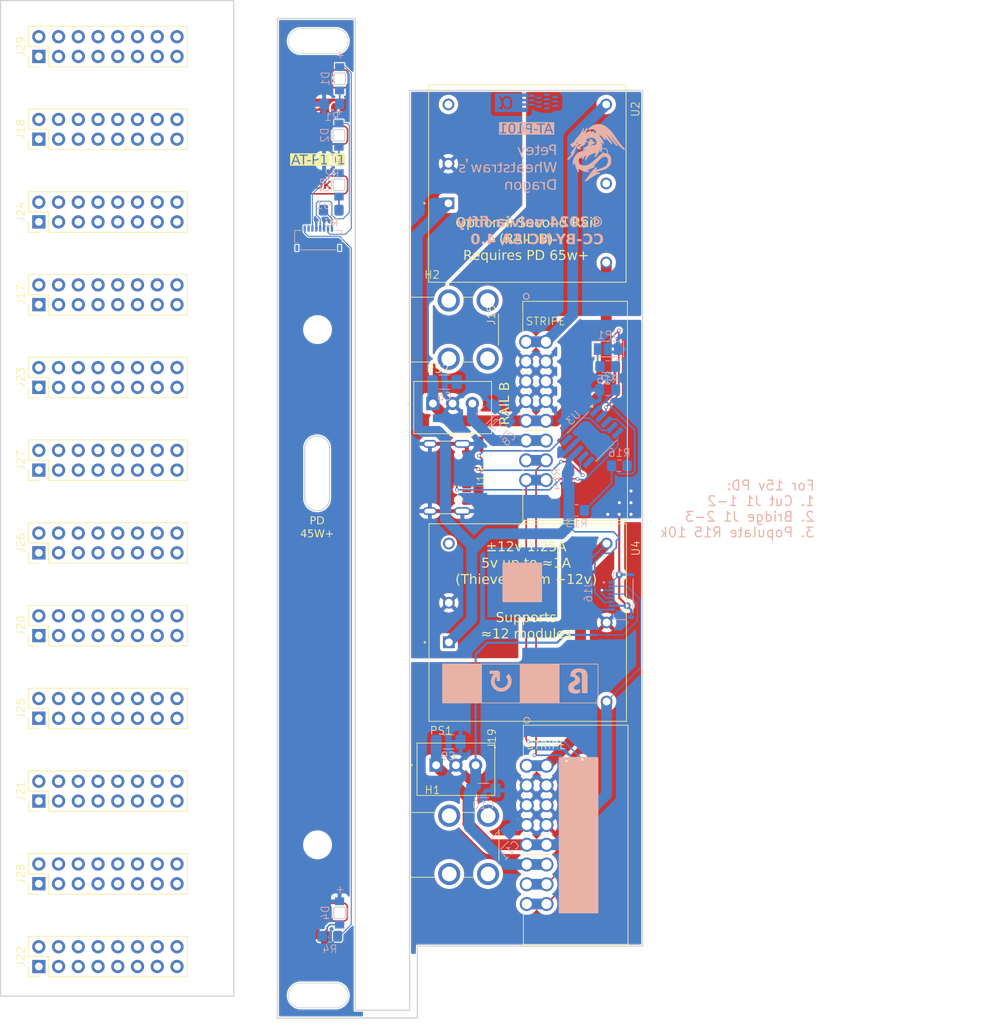
<source format=kicad_pcb>
(kicad_pcb (version 20240108) (generator "pcbnew") (generator_version "8.0")
  (layers (0 "F.Cu" signal) (31 "B.Cu" signal) (34 "B.Paste" user) (35 "F.Paste" user) (36 "B.SilkS" user "B.Silkscreen") (37 "F.SilkS" user "F.Silkscreen") (38 "B.Mask" user) (39 "F.Mask" user) (44 "Edge.Cuts" user))
  (net 0 "")
  (net 1 "LED GRN")
  (net 2 "Net-(D1-K)")
  (net 3 "Net-(D2-K)")
  (net 4 "Net-(D4-K)")
  (net 5 "+12v")
  (net 6 "COM")
  (net 7 "Net-(U3-VDD)")
  (net 8 "Net-(J14-CC2)")
  (net 9 "Net-(J14-CC1)")
  (net 10 "Net-(JP1-B)")
  (net 11 "Net-(U3-CFG3)")
  (net 12 "Net-(JP1-C)")
  (net 13 "Net-(D3-K)")
  (net 15 "/PDPSU/D+")
  (net 16 "/PDPSU/D-")
  (net 18 "COM B")
  (net 19 "+12v B")
  (net 20 "+5v B")
  (net 21 "+5v")
  (net 22 "/PDPSU/CON_GATE")
  (net 24 "-12v B")
  (net 25 "GND")
  (net 26 "/PDPSU/CON_CV")
  (net 27 "-12v")
  (net 28 "LED RED")
  (net 29 "LED YLW")
  (net 30 "FP GND")
  (net 31 "FP COM")
  (net 32 "LED BLU")
  (net 33 "MB LED GRN")
  (net 37 "/PDPSU/VBUS")
  (net 38 "SM COM")
  (net 39 "SM GND")
  (net 40 "/PDU/BUS COM")
  (net 41 "/PDU/BUS +5V")
  (net 42 "/PDU/BUS_CON_GATE")
  (net 43 "/PDU/BUS -12V")
  (net 44 "/PDU/BUS_CON_CV")
  (net 45 "/PDU/BUS +12V")
  (footprint "AT-Footprints:WL-SMRD_1205" (layer "F.Cu") (at 150.3549 148.6 90)
    (property "Reference" "D4")
    (property "Value" "LED (Blue)")
    (fp_line (start -0.5 -0.75) (end 0.5 -0.75) (stroke (width 0.15)) (layer "Edge.Cuts"))
    (fp_line (start 0.75 -0.5) (end 0.75 0.5) (stroke (width 0.15)) (layer "Edge.Cuts"))
    (fp_line (start -0.75 0.5) (end -0.75 -0.5) (stroke (width 0.15)) (layer "Edge.Cuts"))
    (fp_line (start 0.5 0.75) (end -0.5 0.75) (stroke (width 0.15)) (layer "Edge.Cuts"))
    (fp_arc (start 0.5 -0.75) (mid 0.676777 -0.676777) (end 0.75 -0.5) (stroke (width 0.15)) (layer "Edge.Cuts"))
    (fp_arc (start -0.75 -0.5) (mid -0.676777 -0.676777) (end -0.5 -0.75) (stroke (width 0.15)) (layer "Edge.Cuts"))
    (fp_arc (start 0.75 0.5) (mid 0.676777 0.676777) (end 0.5 0.75) (stroke (width 0.15)) (layer "Edge.Cuts"))
    (fp_arc (start -0.5 0.75) (mid -0.676777 0.676777) (end -0.75 0.5) (stroke (width 0.15)) (layer "Edge.Cuts"))
  )
  (footprint "MountingHole:MountingHole_3.2mm_M3_DIN965" (layer "F.Cu") (at 147.5202 73.6)
    (property "Reference" "H3" (hide yes))
    (property "Value" "M3")
  )
  (footprint "AT-Footprints:PinHeader_2x08_P2.54mm_Vertical_SHROUDED" (layer "F.Cu") (at 111.654787 91.662726 90)
    (property "Reference" "J27")
    (property "Value" "EURO BUS")
  )
  (footprint "AT-Footprints:CONV_TPSM84205EAB" (layer "F.Cu") (at 165.3225 129.6)
    (property "Reference" "PS1")
    (property "Value" "TPSM84205EAB")
  )
  (footprint "AT-Footprints:PinHeader_2x08_P2.54mm_Vertical_SHROUDED" (layer "F.Cu") (at 111.654788 134.208177 90)
    (property "Reference" "J21")
    (property "Value" "EURO BUS")
  )
  (footprint "AT-Footprints:MODULE_JSM2512D12" (layer "F.Cu") (at 174.5623 113.8 -90)
    (property "Reference" "U4")
    (property "Value" "30W Rail 1")
  )
  (footprint "AT-Footprints:PinHeader_2x08_P2.54mm_Vertical_SHROUDED" (layer "F.Cu") (at 111.654788 102.299089 90)
    (property "Reference" "J26")
    (property "Value" "EURO BUS")
  )
  (footprint "AT-Footprints:PinHeader_2x08_P2.54mm_Vertical_SHROUDED" (layer "F.Cu") (at 111.654787 38.480903 90)
    (property "Reference" "J29")
    (property "Value" "EURO BUS")
  )
  (footprint "AT-Footprints:PinHeader_2x08_P2.54mm_Vertical_SHROUDED" (layer "F.Cu") (at 111.654788 123.571815 90)
    (property "Reference" "J25")
    (property "Value" "EURO BUS")
  )
  (footprint "AT-Footprints:CONV_TPSM84205EAB" (layer "F.Cu") (at 164.9025 83.1)
    (property "Reference" "PS2")
    (property "Value" "TPSM84205EAB")
  )
  (footprint "AT-Footprints:PinHeader_2x08_P2.54mm_Vertical_SHROUDED" (layer "F.Cu") (at 111.654787 59.753637 90)
    (property "Reference" "J24")
    (property "Value" "EURO BUS")
  )
  (footprint "AT-Footprints:Keystone 7760 - M3 RA Mount" (layer "F.Cu") (at 165.0625 73.6)
    (property "Reference" "H2")
    (property "Value" "M3" (hide yes))
  )
  (footprint "AT-Footprints:WL-SMRD_1205" (layer "F.Cu") (at 150.2625 48.6 90)
    (property "Reference" "D2")
    (property "Value" "LED (Yellow)")
    (fp_line (start -0.5 -0.75) (end 0.5 -0.75) (stroke (width 0.15)) (layer "Edge.Cuts"))
    (fp_line (start 0.75 -0.5) (end 0.75 0.5) (stroke (width 0.15)) (layer "Edge.Cuts"))
    (fp_line (start -0.75 0.5) (end -0.75 -0.5) (stroke (width 0.15)) (layer "Edge.Cuts"))
    (fp_line (start 0.5 0.75) (end -0.5 0.75) (stroke (width 0.15)) (layer "Edge.Cuts"))
    (fp_arc (start 0.5 -0.75) (mid 0.676777 -0.676777) (end 0.75 -0.5) (stroke (width 0.15)) (layer "Edge.Cuts"))
    (fp_arc (start -0.75 -0.5) (mid -0.676777 -0.676777) (end -0.5 -0.75) (stroke (width 0.15)) (layer "Edge.Cuts"))
    (fp_arc (start 0.75 0.5) (mid 0.676777 0.676777) (end 0.5 0.75) (stroke (width 0.15)) (layer "Edge.Cuts"))
    (fp_arc (start -0.5 0.75) (mid -0.676777 0.676777) (end -0.75 0.5) (stroke (width 0.15)) (layer "Edge.Cuts"))
  )
  (footprint "AT-Footprints:PinHeader_2x08_P2.54mm_Vertical_SHROUDED" (layer "F.Cu") (at 111.654788 155.480904 90)
    (property "Reference" "J22")
    (property "Value" "EURO BUS")
  )
  (footprint "AT-Footprints:WL-SMRD_1205" (layer "F.Cu") (at 150.3625 41.35 90)
    (property "Reference" "D1")
    (property "Value" "LED (Red)")
    (fp_line (start -0.5 -0.75) (end 0.5 -0.75) (stroke (width 0.15)) (layer "Edge.Cuts"))
    (fp_line (start 0.75 -0.5) (end 0.75 0.5) (stroke (width 0.15)) (layer "Edge.Cuts"))
    (fp_line (start -0.75 0.5) (end -0.75 -0.5) (stroke (width 0.15)) (layer "Edge.Cuts"))
    (fp_line (start 0.5 0.75) (end -0.5 0.75) (stroke (width 0.15)) (layer "Edge.Cuts"))
    (fp_arc (start 0.5 -0.75) (mid 0.676777 -0.676777) (end 0.75 -0.5) (stroke (width 0.15)) (layer "Edge.Cuts"))
    (fp_arc (start -0.75 -0.5) (mid -0.676777 -0.676777) (end -0.5 -0.75) (stroke (width 0.15)) (layer "Edge.Cuts"))
    (fp_arc (start 0.75 0.5) (mid 0.676777 0.676777) (end 0.5 0.75) (stroke (width 0.15)) (layer "Edge.Cuts"))
    (fp_arc (start -0.5 0.75) (mid -0.676777 0.676777) (end -0.75 0.5) (stroke (width 0.15)) (layer "Edge.Cuts"))
  )
  (footprint "AT-Footprints:PinHeader_2x08_P2.54mm_Vertical_SHROUDED" (layer "F.Cu") (at 111.654788 81.026362 90)
    (property "Reference" "J23")
    (property "Value" "EURO BUS")
  )
  (footprint "AT-Footprints:WL-SMRD_1205" (layer "F.Cu") (at 150.2781 54.9964 90)
    (property "Reference" "D3")
    (property "Value" "LED (Green)")
    (fp_line (start -0.5 -0.75) (end 0.5 -0.75) (stroke (width 0.15)) (layer "Edge.Cuts"))
    (fp_line (start 0.75 -0.5) (end 0.75 0.5) (stroke (width 0.15)) (layer "Edge.Cuts"))
    (fp_line (start -0.75 0.5) (end -0.75 -0.5) (stroke (width 0.15)) (layer "Edge.Cuts"))
    (fp_line (start 0.5 0.75) (end -0.5 0.75) (stroke (width 0.15)) (layer "Edge.Cuts"))
    (fp_arc (start 0.5 -0.75) (mid 0.676777 -0.676777) (end 0.75 -0.5) (stroke (width 0.15)) (layer "Edge.Cuts"))
    (fp_arc (start -0.75 -0.5) (mid -0.676777 -0.676777) (end -0.5 -0.75) (stroke (width 0.15)) (layer "Edge.Cuts"))
    (fp_arc (start 0.75 0.5) (mid 0.676777 0.676777) (end 0.5 0.75) (stroke (width 0.15)) (layer "Edge.Cuts"))
    (fp_arc (start -0.5 0.75) (mid -0.676777 0.676777) (end -0.75 0.5) (stroke (width 0.15)) (layer "Edge.Cuts"))
  )
  (footprint "AT-Footprints:MODULE_JSM2512D12" (layer "F.Cu") (at 174.5125 57.355 -90)
    (property "Reference" "U2")
    (property "Value" "30 Watt Rail 2")
  )
  (footprint "MountingHole:MountingHole_3.2mm_M3_DIN965" (layer "F.Cu") (at 147.5202 139.845)
    (property "Reference" "H4" (hide yes))
    (property "Value" "M3")
  )
  (footprint "AT-Footprints:EURORACK Right Angle" (layer "F.Cu") (at 174.3625 75.167 -90)
    (property "Reference" "J15")
    (property "Value" "EURO CH 2")
  )
  (footprint "AT-Footprints:PinHeader_2x08_P2.54mm_Vertical_SHROUDED" (layer "F.Cu") (at 111.654788 70.39 90)
    (property "Reference" "J17")
    (property "Value" "EURO BUS")
  )
  (footprint "AT-Footprints:USB C Cutout - PD" (layer "F.Cu") (at 147.4625 88.875)
    (property "Reference" "CUT1" (hide yes))
    (property "Value" "SYM_Flash_Small" (hide yes))
    (fp_line (start -1.603122 0.000001) (end -1.603122 6.400001) (stroke (width 0.15)) (layer "Edge.Cuts"))
    (fp_line (start 1.60312 0.000001) (end 1.60312 6.400001) (stroke (width 0.15)) (layer "Edge.Cuts"))
    (fp_arc (start -1.603122 0.000001) (mid -1.133579 -1.133577) (end -0.000001 -1.60312) (stroke (width 0.15)) (layer "Edge.Cuts"))
    (fp_arc (start -0.000001 -1.60312) (mid 1.133577 -1.133577) (end 1.60312 0.000001) (stroke (width 0.15)) (layer "Edge.Cuts"))
    (fp_arc (start -0.000001 8.003122) (mid -1.133579 7.533579) (end -1.603122 6.400001) (stroke (width 0.15)) (layer "Edge.Cuts"))
    (fp_arc (start 1.60312 6.400001) (mid 1.133577 7.533579) (end -0.000001 8.003122) (stroke (width 0.15)) (layer "Edge.Cuts"))
  )
  (footprint "AT-Footprints:PinHeader_2x08_P2.54mm_Vertical_SHROUDED" (layer "F.Cu") (at 111.654787 144.84454 90)
    (property "Reference" "J28")
    (property "Value" "EURO BUS")
  )
  (footprint "Connector_USB:USB_C_Receptacle_GCT_USB4105-xx-A_16P_TopMnt_Horizontal" (layer "F.Cu") (at 163.0498 92.61 -90)
    (property "Reference" "J14")
    (property "Value" "USB C PD IN")
  )
  (footprint "AT-Footprints:PinHeader_2x08_P2.54mm_Vertical_SHROUDED" (layer "F.Cu") (at 111.654788 49.117274 90)
    (property "Reference" "J18")
    (property "Value" "EURO BUS")
  )
  (footprint "AT-Footprints:at-logo-ex-cu" (layer "F.Cu") (at 147.217197 44.480091)
    (property "Reference" "GFX3" (hide yes))
    (property "Value" "FRONT PANEL AT LOGO" (hide yes))
  )
  (footprint "AT-Footprints:Keystone 7760 - M3 RA Mount" (layer "F.Cu") (at 165.1225 139.845)
    (property "Reference" "H1")
    (property "Value" "M3")
  )
  (footprint "AT-Footprints:PinHeader_2x08_P2.54mm_Vertical_SHROUDED" (layer "F.Cu") (at 111.654787 112.935452 90)
    (property "Reference" "J20")
    (property "Value" "EURO BUS")
  )
  (footprint "Symbol:OSHW-Logo_5.7x6mm_Copper" (layer "F.Cu") (at 147.3625 153.35)
    (property "Reference" "GFX2" (hide yes))
    (property "Value" "FRONT PANEL OSHW" (hide yes))
  )
  (footprint "AT-Footprints:EURORACK Right Angle" (layer "F.Cu") (at 174.441 129.667 -90)
    (property "Reference" "J19")
    (property "Value" "EURO CH 1")
  )
  (footprint "Capacitor_SMD:C_0805_2012Metric_Pad1.18x1.45mm_HandSolder" (layer "B.Cu") (at 184.8548 81.35 180)
    (property "Reference" "C5")
    (property "Value" "1uF")
  )
  (footprint "AT-Footprints:logo-dragon" (layer "B.Cu") (at 183.3625 50.85 180)
    (property "Reference" "G***")
    (property "Value" "LOGO" (hide yes))
  )
  (footprint "AT-Footprints:AMPHENOL_F33B-1A7Q1-E8C08" (layer "B.Cu") (at 187.1125 107.85 -90)
    (property "Reference" "J16")
    (property "Value" "MAINBOARD MAGIC")
  )
  (footprint "Resistor_SMD:R_0805_2012Metric_Pad1.20x1.40mm_HandSolder" (layer "B.Cu") (at 149.3625 51.85)
    (property "Reference" "R2")
    (property "Value" "150R")
  )
  (footprint "Capacitor_SMD:C_1206_3216Metric_Pad1.33x1.80mm_HandSolder" (layer "B.Cu") (at 163.8548 80.35)
    (property "Reference" "C6")
    (property "Value" "10uF")
  )
  (footprint "Capacitor_SMD:C_1206_3216Metric_Pad1.33x1.80mm_HandSolder" (layer "B.Cu") (at 164.3548 126.6)
    (property "Reference" "C9")
    (property "Value" "10uF")
  )
  (footprint "Capacitor_SMD:C_1206_3216Metric_Pad1.33x1.80mm_HandSolder" (layer "B.Cu") (at 169.087 84.5822 45)
    (property "Reference" "C7")
    (property "Value" "47uF")
  )
  (footprint "Resistor_SMD:R_0805_2012Metric_Pad1.20x1.40mm_HandSolder" (layer "B.Cu") (at 149.2781 58.2464)
    (property "Reference" "R3")
    (property "Value" "500")
  )
  (footprint "Capacitor_SMD:C_1206_3216Metric_Pad1.33x1.80mm_HandSolder" (layer "B.Cu") (at 168.8548 132.85)
    (property "Reference" "C10")
    (property "Value" "47uF")
  )
  (footprint "Capacitor_SMD:C_1206_3216Metric_Pad1.33x1.80mm_HandSolder" (layer "B.Cu") (at 170.9596 139.2451 45)
    (property "Reference" "C11")
    (property "Value" "47uF")
  )
  (footprint "Package_SO:SSOP-10-1EP_3.9x4.9mm_P1mm_EP2.1x3.3mm" (layer "B.Cu") (at 182.8548 87.35 -135)
    (property "Reference" "U3")
    (property "Value" "CH224K")
  )
  (footprint "Jumper:SolderJumper-3_P1.3mm_Bridged2Bar12_Pad1.0x1.5mm" (layer "B.Cu") (at 184.8625 76.1 180)
    (property "Reference" "JP1")
    (property "Value" "12v/15v")
  )
  (footprint "Resistor_SMD:R_0805_2012Metric_Pad1.20x1.40mm_HandSolder" (layer "B.Cu") (at 180.8548 96.85)
    (property "Reference" "R13")
    (property "Value" "1k")
  )
  (footprint "AT-Footprints:AMPHENOL_F33B-1A7Q1-E8C08" (layer "B.Cu") (at 147.6125 62.35 180)
    (property "Reference" "J1")
    (property "Value" "FRONT PANEL MAGIC")
  )
  (footprint "Capacitor_SMD:C_1206_3216Metric_Pad1.33x1.80mm_HandSolder" (layer "B.Cu") (at 170.8548 86.35 45)
    (property "Reference" "C8")
    (property "Value" "47uF")
  )
  (footprint "Resistor_SMD:R_0805_2012Metric_Pad1.20x1.40mm_HandSolder" (layer "B.Cu") (at 184.8548 78.35)
    (property "Reference" "R15")
    (property "Value" "10k")
  )
  (footprint "Resistor_SMD:R_0805_2012Metric_Pad1.20x1.40mm_HandSolder" (layer "B.Cu") (at 149.3625 44.6)
    (property "Reference" "R1")
    (property "Value" "500R")
  )
  (footprint "AT-Footprints:at-logo-cu" (layer "B.Cu") (at 174.354788 42.85 180)
    (property "Reference" "GFX1" (hide yes))
    (property "Value" "FRONT PANEL AT LOGO" (hide yes))
  )
  (footprint "Resistor_SMD:R_0805_2012Metric_Pad1.20x1.40mm_HandSolder" (layer "B.Cu") (at 186.3548 91.1 180)
    (property "Reference" "R16")
    (property "Value" "10k")
  )
  (footprint "Resistor_SMD:R_0805_2012Metric_Pad1.20x1.40mm_HandSolder" (layer "B.Cu") (at 149.1049 151.6)
    (property "Reference" "R4")
    (property "Value" "500")
  )
  (footprint "Resistor_SMD:R_0805_2012Metric_Pad1.20x1.40mm_HandSolder" (layer "B.Cu") (at 179.8548 92.85 -90)
    (property "Reference" "R14")
    (property "Value" "10k")
  )
  (gr_line (start 150.9625 42.496447) (end 144.4625 42.496447) (stroke (width 0.2)) (layer "F.Cu"))
  (gr_line (start 144.3625 53.85) (end 150.8625 53.85) (stroke (width 0.2)) (layer "F.Cu"))
  (gr_line (start 150.85493 149.642894) (end 144.35493 149.642894) (stroke (width 0.2)) (layer "F.Cu") (net 27))
  (gr_line (start 151.3625 55.642894) (end 151.3625 54.35) (stroke (width 0.2)) (layer "F.Cu"))
  (gr_arc (start 144.35493 149.642894) (mid 144.001377 149.496447) (end 143.85493 149.142894) (stroke (width 0.2)) (layer "F.Cu") (net 27))
  (gr_arc (start 143.9625 40.703553) (mid 144.108947 40.35) (end 144.4625 40.203553) (stroke (width 0.2)) (layer "F.Cu"))
  (gr_line (start 143.9625 41.996447) (end 143.9625 40.703553) (stroke (width 0.2)) (layer "F.Cu"))
  (gr_arc (start 143.85493 147.85) (mid 144.001377 147.496447) (end 144.35493 147.35) (stroke (width 0.2)) (layer "F.Cu") (net 27))
  (gr_arc (start 151.4625 41.996447) (mid 151.316053 42.35) (end 150.9625 42.496447) (stroke (width 0.2)) (layer "F.Cu"))
  (gr_arc (start 143.8625 54.35) (mid 144.008947 53.996447) (end 144.3625 53.85) (stroke (width 0.2)) (layer "F.Cu"))
  (gr_line (start 143.8625 55.642894) (end 143.8625 54.35) (stroke (width 0.2)) (layer "F.Cu"))
  (gr_arc (start 144.3625 56.142894) (mid 144.008947 55.996447) (end 143.8625 55.642894) (stroke (width 0.2)) (layer "F.Cu"))
  (gr_arc (start 151.3625 55.642894) (mid 151.216053 55.996447) (end 150.8625 56.142894) (stroke (width 0.2)) (layer "F.Cu"))
  (gr_arc (start 151.3625 49.246447) (mid 151.216053 49.6) (end 150.8625 49.746447) (stroke (width 0.2)) (layer "F.Cu"))
  (gr_arc (start 144.3625 49.746447) (mid 144.008947 49.6) (end 143.8625 49.246447) (stroke (width 0.2)) (layer "F.Cu"))
  (gr_line (start 144.4625 40.203553) (end 150.9625 40.203553) (stroke (width 0.2)) (layer "F.Cu"))
  (gr_arc (start 150.8625 53.85) (mid 151.216053 53.996447) (end 151.3625 54.35) (stroke (width 0.2)) (layer "F.Cu"))
  (gr_line (start 143.8625 49.246447) (end 143.8625 47.953553) (stroke (width 0.2)) (layer "F.Cu"))
  (gr_line (start 144.35493 147.35) (end 150.85493 147.35) (stroke (width 0.2)) (layer "F.Cu") (net 27))
  (gr_arc (start 150.8625 47.453553) (mid 151.216053 47.6) (end 151.3625 47.953553) (stroke (width 0.2)) (layer "F.Cu"))
  (gr_arc (start 143.8625 47.953553) (mid 144.008947 47.6) (end 144.3625 47.453553) (stroke (width 0.2)) (layer "F.Cu"))
  (gr_line (start 151.3625 49.246447) (end 151.3625 47.953553) (stroke (width 0.2)) (layer "F.Cu"))
  (gr_arc (start 144.4625 42.496447) (mid 144.108947 42.35) (end 143.9625 41.996447) (stroke (width 0.2)) (layer "F.Cu"))
  (gr_arc (start 150.9625 40.203553) (mid 151.316053 40.35) (end 151.4625 40.703553) (stroke (width 0.2)) (layer "F.Cu"))
  (gr_arc (start 151.35493 149.142894) (mid 151.208483 149.496447) (end 150.85493 149.642894) (stroke (width 0.2)) (layer "F.Cu") (net 27))
  (gr_line (start 151.4625 41.996447) (end 151.4625 40.703553) (stroke (width 0.2)) (layer "F.Cu"))
  (gr_line (start 144.3625 47.453553) (end 150.8625 47.453553) (stroke (width 0.2)) (layer "F.Cu"))
  (gr_line (start 151.35493 149.142894) (end 151.35493 147.85) (stroke (width 0.2)) (layer "F.Cu") (net 27))
  (gr_line (start 150.8625 56.142894) (end 144.3625 56.142894) (stroke (width 0.2)) (layer "F.Cu"))
  (gr_arc (start 150.85493 147.35) (mid 151.208483 147.496447) (end 151.35493 147.85) (stroke (width 0.2)) (layer "F.Cu") (net 27))
  (gr_line (start 150.8625 49.746447) (end 144.3625 49.746447) (stroke (width 0.2)) (layer "F.Cu"))
  (gr_line (start 143.85493 149.142894) (end 143.85493 147.85) (stroke (width 0.2)) (layer "F.Cu") (net 27))
  (gr_rect (start 169.3625 101.6) (end 178.3625 110.6) (fill solid) (layer "B.Cu") (net 33))
  (gr_rect (start 168.604788 116.6) (end 173.604788 121.6) (stroke (width 0.1)) (fill none) (layer "B.SilkS"))
  (gr_poly (pts (xy 166.630574 51.6) (xy 166.6125 51.6) (xy 166.610682 51.652048) (xy 166.614548 51.70266) (xy 166.623574 51.757363) (xy 166.635704 51.808584) (xy 166.635704 51.826413) (xy 166.651335 51.873552) (xy 166.651579 51.885169) (xy 166.656846 51.934442) (xy 166.666967 51.984438) (xy 166.671974 52.029745) (xy 166.686995 52.078228) (xy 166.681133 52.089951) (xy 166.68385 52.1054) (xy 166.69823 52.153943) (xy 166.69823 52.183252) (xy 166.69823 52.206699) (xy 166.73682 52.218423) (xy 166.758558 52.183496) (xy 166.759097 52.138951) (xy 166.770103 52.090722) (xy 166.792019 52.043301) (xy 166.792101 52.038814) (xy 166.8013 51.990789) (xy 166.806674 51.972959) (xy 166.812291 51.943406) (xy 166.823282 51.920202) (xy 166.823282 51.896755) (xy 166.842089 51.87917) (xy 166.854545 51.86134) (xy 166.850305 51.816321) (xy 166.83525 51.768283) (xy 166.833638 51.739437) (xy 166.82548 51.689881) (xy 166.823648 51.673304) (xy 166.82548 51.623936) (xy 166.815466 51.6)) (fill solid) (layer "B.SilkS"))
  (gr_rect (start 171.3625 103.6) (end 176.3625 108.6) (stroke (width 0.1)) (fill solid) (layer "B.SilkS"))
  (gr_rect (start 178.604788 116.6) (end 183.604788 121.6) (stroke (width 0.1)) (fill none) (layer "B.SilkS"))
  (gr_rect (start 178.604788 128.6) (end 183.604788 148.6) (stroke (width 0.1)) (fill solid) (layer "B.SilkS"))
  (gr_rect (start 163.604788 116.6) (end 168.604788 121.6) (stroke (width 0.1)) (fill solid) (layer "B.SilkS"))
  (gr_rect (start 173.604788 116.6) (end 178.604788 121.6) (stroke (width 0.1)) (fill solid) (layer "B.SilkS"))
  (gr_arc (start 145.3625 38.1) (mid 143.7625 36.5) (end 145.3625 34.9) (stroke (width 0.1)) (layer "Edge.Cuts"))
  (gr_line (start 152.3625 33.6) (end 152.3625 161.1) (stroke (width 0.15)) (layer "Edge.Cuts"))
  (gr_rect (start 106.734788 31.299094) (end 136.734788 159.299094) (stroke (width 0.15)) (fill none) (layer "Edge.Cuts"))
  (gr_line (start 160.3625 162.1) (end 160.3625 152.85) (stroke (width 0.15)) (layer "Edge.Cuts"))
  (gr_line (start 189.354788 42.85) (end 159.354788 42.85) (stroke (width 0.15)) (layer "Edge.Cuts"))
  (gr_line (start 142.3625 33.6) (end 152.3625 33.6) (stroke (width 0.15)) (layer "Edge.Cuts"))
  (gr_line (start 152.3625 162.1) (end 160.3625 162.1) (stroke (width 0.15)) (layer "Edge.Cuts"))
  (gr_line (start 149.8625 34.9) (end 145.3625 34.9) (stroke (width 0.1)) (layer "Edge.Cuts"))
  (gr_line (start 145.3625 160.8) (end 149.8625 160.8) (stroke (width 0.1)) (layer "Edge.Cuts"))
  (gr_arc (start 149.8625 34.9) (mid 151.4625 36.5) (end 149.8625 38.1) (stroke (width 0.1)) (layer "Edge.Cuts"))
  (gr_line (start 145.3625 38.1) (end 149.8625 38.1) (stroke (width 0.1)) (layer "Edge.Cuts"))
  (gr_line (start 189.354788 152.85) (end 189.354788 42.85) (stroke (width 0.15)) (layer "Edge.Cuts"))
  (gr_line (start 159.3625 161.1) (end 159.3625 152.85) (stroke (width 0.15)) (layer "Edge.Cuts"))
  (gr_line (start 160.3625 152.85) (end 189.354788 152.85) (stroke (width 0.15)) (layer "Edge.Cuts"))
  (gr_line (start 152.3625 161.1) (end 159.3625 161.1) (stroke (width 0.15)) (layer "Edge.Cuts"))
  (gr_line (start 159.354788 42.85) (end 159.354788 152.85) (stroke (width 0.15)) (layer "Edge.Cuts"))
  (gr_arc (start 149.8625 157.6) (mid 151.4625 159.2) (end 149.8625 160.8) (stroke (width 0.1)) (layer "Edge.Cuts"))
  (gr_line (start 152.3625 162.1) (end 142.3625 162.1) (stroke (width 0.15)) (layer "Edge.Cuts"))
  (gr_arc (start 145.3625 160.8) (mid 143.7625 159.2) (end 145.3625 157.6) (stroke (width 0.1)) (layer "Edge.Cuts"))
  (gr_line (start 142.3625 33.6) (end 142.3625 162.1) (stroke (width 0.15)) (layer "Edge.Cuts"))
  (gr_line (start 149.8625 157.6) (end 145.3625 157.6) (stroke (width 0.1)) (layer "Edge.Cuts"))
  (gr_text "5V OK" (at 144.3625 48.6 0) (layer "F.Cu") (effects (font (size 1 1) (thickness 0.25) (bold yes)) (justify left)))
  (gr_text "+12OK" (at 144.3625 41.35 0) (layer "F.Cu") (effects (font (size 1 1) (thickness 0.25) (bold yes)) (justify left)))
  (gr_text "PD OK" (at 144.3625 55.1 0) (layer "F.Cu") (effects (font (size 1 1) (thickness 0.25) (bold yes)) (justify left)))
  (gr_text "-12OK" (at 144.3625 148.6 0) (layer "F.Cu") (effects (font (size 1 1) (thickness 0.25) (bold yes)) (justify left)))
  (gr_text "AT-P101" (at 174.354788 47.85 -0) (layer "B.SilkS" knockout) (effects (font (size 1.25 1.25)) (justify mirror)))
  (gr_text "©2024 velvia-fifty\nCC-BY-NC-SA 4.0" (at 184.354788 62.85 0) (layer "B.SilkS") (effects (font (size 1.33 1.33) (thickness 0.25) (bold yes)) (justify left bottom mirror)))
  (gr_text "↺" (at 171.104788 119.1 0) (layer "B.SilkS") (effects (font (size 3 3) (thickness 0.3) (bold yes)) (justify mirror)))
  (gr_text "For 15v PD:\n1. Cut J1 1-2\n2. Bridge J1 2-3\n3. Populate R15 10k" (at 211.5625 100.4 -0) (layer "B.SilkS") (effects (font (size 1.25 1.25) (thickness 0.15625)) (justify left bottom mirror)))
  (gr_text "Petey\nWheatstraw s\nDragon" (at 178.3625 55.85 -0) (layer "B.SilkS") (effects (font (size 1.33 1.33)) (justify left bottom mirror)))
  (gr_text "ß" (at 181.104788 119.1 0) (layer "B.SilkS") (effects (font (size 3 3) (thickness 0.3) (bold yes)) (justify mirror)))
  (gr_text "±12v 1.25A\n5v up to ≈1A\n(Thieved from +12v)" (at 174.3625 106.51 0) (layer "F.SilkS") (effects (font (size 1.25 1.25) (thickness 0.1875)) (justify bottom)))
  (gr_text "AT-P101" (at 147.6125 51.85 0) (layer "F.SilkS" knockout) (effects (font (size 1.25 1.25))))
  (gr_text "Supports\n≈12 modules" (at 174.3625 113.51 0) (layer "F.SilkS") (effects (font (size 1.25 1.25) (thickness 0.1875)) (justify bottom)))
  (gr_text "Optional Second Rail\n(RAIL B)\nRequires PD 65w+" (at 174.354788 64.855 0) (layer "F.SilkS") (effects (font (size 1.25 1.25) (thickness 0.1875)) (justify bottom)))
  (gr_text "RAIL B" (at 172.3625 83.1 90) (layer "F.SilkS") (effects (font (size 1.25 1.25) (thickness 0.1875)) (justify bottom)))
  (segment (start 146.8625 59.771) (end 146.862 59.7705) (width 0.127) (layer "B.Cu") (net 1))
  (segment (start 150.278 53.4964) (end 149.551 53.4964) (width 0.127) (layer "B.Cu") (net 1))
  (segment (start 146.862 56.185) (end 146.862 59.7705) (width 0.127) (layer "B.Cu") (net 1))
  (segment (start 146.862 59.7705) (end 146.862 60.6) (width 0.127) (layer "B.Cu") (net 1))
  (segment (start 149.551 53.4964) (end 146.862 56.185) (width 0.127) (layer "B.Cu") (net 1))
  (segment (start 150.278 53.4964) (end 150.2781 53.4964) (width 0.127) (layer "B.Cu") (net 1))
  (segment (start 146.8625 60.6) (end 146.8625 59.771) (width 0.127) (layer "B.Cu") (net 1))
  (segment (start 150.3625 44.6) (end 150.362 44.5995) (width 0.203) (layer "B.Cu") (net 2))
  (segment (start 150.362 43.725) (end 150.362 43.5062) (width 0.203) (layer "B.Cu") (net 2))
  (segment (start 150.362 43.5062) (end 150.362 43.2875) (width 0.203) (layer "B.Cu") (net 2))
  (segment (start 150.3625 43.5057) (end 150.3625 42.85) (width 0.203) (layer "B.Cu") (net 2))
  (segment (start 150.362 43.5062) (end 150.3625 43.5057) (width 0.203) (layer "B.Cu") (net 2))
  (segment (start 150.362 44.5995) (end 150.362 43.725) (width 0.203) (layer "B.Cu") (net 2))
  (segment (start 150.287 51.775) (end 150.262 51.75) (width 0.203) (layer "B.Cu") (net 3))
  (segment (start 150.312 51.8) (end 150.287 51.775) (width 0.203) (layer "B.Cu") (net 3))
  (segment (start 150.287 51.775) (end 150.2875 51.775) (width 0.203) (layer "B.Cu") (net 3))
  (segment (start 150.2625 51.337) (end 150.2625 50.1) (width 0.203) (layer "B.Cu") (net 3))
  (segment (start 150.262 51.3375) (end 150.262 50.925) (width 0.203) (layer "B.Cu") (net 3))
  (segment (start 150.262 51.75) (end 150.262 51.3375) (width 0.203) (layer "B.Cu") (net 3))
  (segment (start 150.262 51.3375) (end 150.2625 51.337) (width 0.203) (layer "B.Cu") (net 3))
  (segment (start 150.2875 51.775) (end 150.3625 51.85) (width 0.203) (layer "B.Cu") (net 3))
  (segment (start 150.355 150.1) (end 150.3549 150.1) (width 0.203) (layer "B.Cu") (net 4))
  (segment (start 150.3549 150.1) (end 149.105 150.1) (width 0.203) (layer "B.Cu") (net 4))
  (segment (start 148.754 150.7) (end 148.754 150.95) (width 0.203) (layer "B.Cu") (net 4))
  (segment (start 148.754 150.45) (end 148.754 150.7) (width 0.203) (layer "B.Cu") (net 4))
  (segment (start 149.105 150.1) (end 148.754 150.45) (width 0.203) (layer "B.Cu") (net 4))
  (segment (start 148.754 150.7) (end 148.1049 151.3491) (width 0.203) (layer "B.Cu") (net 4))
  (segment (start 148.1049 151.3491) (end 148.1049 151.6) (width 0.203) (layer "B.Cu") (net 4))
  (segment (start 169.609153 139.827) (end 166.886 137.103847) (width 1.397) (layer "F.Cu") (net 5))
  (segment (start 166.886 137.103847) (end 166.886 133.784745) (width 1.397) (layer "F.Cu") (net 5))
  (segment (start 162.782 129.61) (end 162.7825 129.6095) (width 0.279) (layer "F.Cu") (net 5))
  (segment (start 162.782 129.64) (end 162.782 129.62) (width 0.279) (layer "F.Cu") (net 5))
  (segment (start 162.7825 129.681245) (end 162.7825 129.6) (width 1.397) (layer "F.Cu") (net 5))
  (segment (start 166.886 133.784745) (end 162.7825 129.681245) (width 1.397) (layer "F.Cu") (net 5))
  (segment (start 174.441 139.827) (end 169.609153 139.827) (width 1.397) (layer "F.Cu") (net 5))
  (segment (start 162.782 129.62) (end 162.782 129.61) (width 0.279) (layer "F.Cu") (net 5))
  (segment (start 162.782 129.62) (end 162.782 129.61) (width 0.279) (layer "F.Cu") (net 5))
  (segment (start 162.7825 129.6095) (end 162.7825 129.6) (width 0.279) (layer "F.Cu") (net 5))
  (segment (start 162.782 129.61) (end 162.782 129.6) (width 0.279) (layer "F.Cu") (net 5))
  (segment (start 162.782 129.61) (end 162.782 129.6) (width 0.279) (layer "F.Cu") (net 5))
  (segment (start 162.782 128.853) (end 162.782 128.854) (width 0.279) (layer "B.Cu") (net 5))
  (segment (start 184.712 127.395) (end 184.712 124.408) (width 0.279) (layer "B.Cu") (net 5))
  (segment (start 162.791 126.601) (end 162.792 126.6) (width 0.279) (layer "B.Cu") (net 5))
  (segment (start 162.791 126.601) (end 162.792 126.6) (width 0.279) (layer "B.Cu") (net 5))
  (segment (start 185.3625 106.6) (end 187.354788 106.6) (width 0.127) (layer "B.Cu") (net 5))
  (segment (start 184.7123 122.9132) (end 184.7123 121.42) (width 0.279) (layer "B.Cu") (net 5))
  (segment (start 184.712 124.408) (end 184.712 124.407) (width 0.279) (layer "B.Cu") (net 5))
  (segment (start 162.7825 129.6) (end 162.7825 126.609788) (width 1.397) (layer "B.Cu") (net 5))
  (segment (start 162.782 128.106) (end 162.782 128.853) (width 0.279) (layer "B.Cu") (net 5))
  (segment (start 184.712 124.408) (end 184.712 124.407) (width 0.279) (layer "B.Cu") (net 5))
  (segment (start 184.712 122.9135) (end 184.712 121.42) (width 0.279) (layer "B.Cu") (net 5))
  (segment (start 162.782 129.227) (end 162.782 129.6) (width 0.279) (layer "B.Cu") (net 5))
  (segment (start 178.256196 139.827) (end 176.981 139.827) (width 1.397) (layer "B.Cu") (net 5))
  (segment (start 187.354788 106.6) (end 189.091288 108.3365) (width 0.127) (layer "B.Cu") (net 5))
  (segment (start 162.782 128.854) (end 162.782 129.227) (width 0.279) (layer "B.Cu") (net 5))
  (segment (start 189.091288 108.3365) (end 189.091288 117.040712) (width 0.127) (layer "B.Cu") (net 5))
  (segment (start 162.782 128.854) (end 162.782 129.227) (width 0.279) (layer "B.Cu") (net 5))
  (segment (start 184.7123 121.42) (end 184.7123 133.370896) (width 1.397) (layer "B.Cu") (net 5))
  (segment (start 162.782 128.105) (end 162.782 128.106) (width 0.279) (layer "B.Cu") (net 5))
  (segment (start 162.7825 129.2275) (end 162.7825 129.6) (width 0.279) (layer "B.Cu") (net 5))
  (segment (start 162.7913 126.601) (end 162.7923 126.6) (width 0.279) (layer "B.Cu") (net 5))
  (segment (start 184.712 124.407) (end 184.712 122.9135) (width 0.279) (layer "B.Cu") (net 5))
  (segment (start 184.712 122.9135) (end 184.712 121.42) (width 0.279) (layer "B.Cu") (net 5))
  (segment (start 184.712 127.396) (end 184.712 127.395) (width 0.279) (layer "B.Cu") (net 5))
  (segment (start 162.782 128.853) (end 162.782 128.854) (width 0.279) (layer "B.Cu") (net 5))
  (segment (start 184.712 124.407) (end 184.712 122.9135) (width 0.279) (layer "B.Cu") (net 5))
  (segment (start 185.362 106.6) (end 185.3625 106.6) (width 0.127) (layer "B.Cu") (net 5))
  (segment (start 184.7123 133.370896) (end 178.256196 139.827) (width 1.397) (layer "B.Cu") (net 5))
  (segment (start 189.091288 117.040712) (end 184.712 121.42) (width 0.127) (layer "B.Cu") (net 5))
  (segment (start 162.782 129.227) (end 162.782 129.6) (width 0.279) (layer "B.Cu") (net 5))
  (segment (start 184.712 122.9135) (end 184.7123 122.9132) (width 0.279) (layer "B.Cu") (net 5))
  (segment (start 162.791 126.601) (end 162.7913 126.601) (width 0.279) (layer "B.Cu") (net 5))
  (segment (start 174.441 139.827) (end 176.981 139.827) (width 1.397) (layer "B.Cu") (net 5))
  (segment (start 162.79 126.602) (end 162.791 126.601) (width 0.279) (layer "B.Cu") (net 5))
  (segment (start 162.782 129.227) (end 162.7825 129.2275) (width 0.279) (layer "B.Cu") (net 5))
  (segment (start 162.787 126.605) (end 162.79 126.602) (width 0.279) (layer "B.Cu") (net 5))
  (segment (start 162.79 126.602) (end 162.791 126.601) (width 0.279) (layer "B.Cu") (net 5))
  (segment (start 162.7825 126.609788) (end 162.792288 126.6) (width 1.397) (layer "B.Cu") (net 5))
  (via (at 184.104788 107.1) (size 0.46) (drill 0.3) (layers "F.Cu" "B.Cu") (net 6))
  (segment (start 172.918 137.287) (end 174.441 137.287) (width 1.397) (layer "B.Cu") (net 6))
  (segment (start 172.064 138.14) (end 172.918 137.287) (width 1.397) (layer "B.Cu") (net 6))
  (segment (start 185.8548 78.35) (end 185.855 78.35) (width 0.203) (layer "B.Cu") (net 7))
  (segment (start 185.855 81.3125) (end 185.855 78.35) (width 0.203) (layer "B.Cu") (net 7))
  (segment (start 184.744 82.9453) (end 184.744 82.4985) (width 0.203) (layer "B.Cu") (net 7))
  (segment (start 184.255 83.1214) (end 184.206 83.1704) (width 0.203) (layer "B.Cu") (net 7))
  (segment (start 185.355 91.6624) (end 185.3548 91.6622) (width 0.203) (layer "B.Cu") (net 7))
  (segment (start 188.337 86.5388) (end 184.744 82.9453) (width 0.203) (layer "B.Cu") (net 7))
  (segment (start 185.8923 81.35) (end 185.892 81.35) (width 0.203) (layer "B.Cu") (net 7))
  (segment (start 181.8548 96.85) (end 181.855 96.85) (width 0.203) (layer "B.Cu") (net 7))
  (segment (start 184.2549 83.1214) (end 183.3056 84.0707) (width 0.203) (layer "B.Cu") (net 7))
  (segment (start 185.355 92.2248) (end 185.355 91.6624) (width 0.203) (layer "B.Cu") (net 7))
  (segment (start 187.992 92.1283) (end 188.337 91.7835) (width 0.203) (layer "B.Cu") (net 7))
  (segment (start 185.355 93.35) (end 185.355 92.225) (width 0.203) (layer "B.Cu") (net 7))
  (segment (start 184.744 82.4985) (end 185.892 81.35) (width 0.203) (layer "B.Cu") (net 7))
  (segment (start 186.383 92.1283) (end 187.992 92.1283) (width 0.203) (layer "B.Cu") (net 7))
  (segment (start 185.355 92.225) (end 185.355 92.2248) (width 0.203) (layer "B.Cu") (net 7))
  (segment (start 184.744 82.9453) (end 184.431 82.9453) (width 0.203) (layer "B.Cu") (net 7))
  (segment (start 185.355 92.2248) (end 185.355 91.6624) (width 0.203) (layer "B.Cu") (net 7))
  (segment (start 185.355 91.6624) (end 185.355 91.1) (width 0.203) (layer "B.Cu") (net 7))
  (segment (start 184.255 83.1214) (end 184.2549 83.1214) (width 0.203) (layer "B.Cu") (net 7))
  (segment (start 188.337 91.7835) (end 188.337 86.5388) (width 0.203) (layer "B.Cu") (net 7))
  (segment (start 183.3056 84.0707) (end 183.3056 84.0708) (width 0.203) (layer "B.Cu") (net 7))
  (segment (start 185.355 92.225) (end 185.355 92.2248) (width 0.203) (layer "B.Cu") (net 7))
  (segment (start 185.3548 91.6622) (end 185.3548 91.1) (width 0.203) (layer "B.Cu") (net 7))
  (segment (start 185.355 91.1) (end 186.383 92.1283) (width 0.203) (layer "B.Cu") (net 7))
  (segment (start 185.892 81.35) (end 185.855 81.3125) (width 0.203) (layer "B.Cu") (net 7))
  (segment (start 184.431 82.9453) (end 184.255 83.1214) (width 0.203) (layer "B.Cu") (net 7))
  (segment (start 181.855 96.85) (end 185.355 93.35) (width 0.203) (layer "B.Cu") (net 7))
  (segment (start 185.355 91.6624) (end 185.355 91.1) (width 0.203) (layer "B.Cu") (net 7))
  (segment (start 168.192 91.5156) (end 168.191 91.5156) (width 0.203) (layer "F.Cu") (net 9))
  (segment (start 181.635 92.3115) (end 181.635 92.3099) (width 0.203) (layer "F.Cu") (net 9))
  (segment (start 166.7298 91.36) (end 166.73 91.36) (width 0.203) (layer "F.Cu") (net 9))
  (segment (start 178.859 90.5777) (end 179.901 90.5777) (width 0.203) (layer "F.Cu") (net 9))
  (segment (start 168.037 91.36) (end 168.192 91.5156) (width 0.203) (layer "F.Cu") (net 9))
  (segment (start 179.901 90.5777) (end 181.635 92.3115) (width 0.203) (layer "F.Cu") (net 9))
  (segment (start 166.73 91.36) (end 168.037 91.36) (width 0.203) (layer "F.Cu") (net 9))
  (via (at 181.635 92.3099) (size 0.46) (drill 0.3) (layers "F.Cu" "B.Cu") (net 9))
  (via (at 178.859 90.5777) (size 0.46) (drill 0.3) (layers "F.Cu" "B.Cu") (net 9))
  (via (at 168.191 91.5156) (size 0.46) (drill 0.3) (layers "F.Cu" "B.Cu") (net 9))
  (segment (start 181.635 92.3099) (end 181.319 91.9942) (width 0.203) (layer "B.Cu") (net 9))
  (segment (start 168.352 91.677) (end 168.191 91.5156) (width 0.203) (layer "B.Cu") (net 9))
  (segment (start 181.319 91.9942) (end 181.319 90.3001) (width 0.203) (layer "B.Cu") (net 9))
  (segment (start 181.319 90.3001) (end 181.697 89.9222) (width 0.203) (layer "B.Cu") (net 9))
  (segment (start 178.859 90.5777) (end 177.76 91.677) (width 0.203) (layer "B.Cu") (net 9))
  (segment (start 177.76 91.677) (end 168.352 91.677) (width 0.203) (layer "B.Cu") (net 9))
  (segment (start 181.697 89.9222) (end 181.6969 89.9221) (width 0.203) (layer "B.Cu") (net 9))
  (segment (start 183.562 77.1517) (end 183.562 78.0577) (width 0.203) (layer "B.Cu") (net 10))
  (segment (start 183.5625 76.1) (end 183.562 76.1005) (width 0.203) (layer "B.Cu") (net 10))
  (segment (start 183.562 78.0577) (end 183.8549 78.3498) (width 0.203) (layer "B.Cu") (net 10))
  (segment (start 183.562 76.1005) (end 183.562 77.1517) (width 0.203) (layer "B.Cu") (net 10))
  (segment (start 183.8549 78.3498) (end 183.855 78.3499) (width 0.203) (layer "B.Cu") (net 10))
  (segment (start 183.8549 78.3499) (end 183.8549 78.3498) (width 0.203) (layer "B.Cu") (net 10))
  (segment (start 183.8548 78.35) (end 183.8549 78.3499) (width 0.203) (layer "B.Cu") (net 10))
  (segment (start 185.072 85.1324) (end 184.896 85.3087) (width 0.203) (layer "B.Cu") (net 11))
  (segment (start 184.72 85.4849) (end 184.7199 85.4849) (width 0.203) (layer "B.Cu") (net 11))
  (segment (start 184.72 85.4849) (end 184.72 85.485) (width 0.203) (layer "B.Cu") (net 11))
  (segment (start 187.355 89.965) (end 187.355 89.9652) (width 0.203) (layer "B.Cu") (net 11))
  (segment (start 184.896 85.3087) (end 184.72 85.4849) (width 0.203) (layer "B.Cu") (net 11))
  (segment (start 187.355 89.965) (end 187.355 89.9652) (width 0.203) (layer "B.Cu") (net 11))
  (segment (start 184.7199 85.4849) (end 184.7198 85.485) (width 0.203) (layer "B.Cu") (net 11))
  (segment (start 187.355 89.965) (end 187.355 86.4509) (width 0.203) (layer "B.Cu") (net 11))
  (segment (start 187.3548 90.5328) (end 187.3548 91.1) (width 0.203) (layer "B.Cu") (net 11))
  (segment (start 187.355 90.5326) (end 187.3548 90.5328) (width 0.203) (layer "B.Cu") (net 11))
  (segment (start 187.355 89.9652) (end 187.355 90.5326) (width 0.203) (layer "B.Cu") (net 11))
  (segment (start 187.355 89.9652) (end 187.355 90.5326) (width 0.203) (layer "B.Cu") (net 11))
  (segment (start 184.72 85.485) (end 184.896 85.3087) (width 0.203) (layer "B.Cu") (net 11))
  (segment (start 186.036 85.1324) (end 185.072 85.1324) (width 0.203) (layer "B.Cu") (net 11))
  (segment (start 187.355 86.4509) (end 186.036 85.1324) (width 0.203) (layer "B.Cu") (net 11))
  (segment (start 186.284 81.9402) (end 186.284 73.7154) (width 0.203) (layer "F.Cu") (net 12))
  (segment (start 184.634 83.59) (end 186.284 81.9402) (width 0.203) (layer "F.Cu") (net 12))
  (via (at 184.634 83.59) (size 0.46) (drill 0.3) (layers "F.Cu" "B.Cu") (net 12))
  (via (at 186.284 73.7154) (size 0.46) (drill 0.3) (layers "F.Cu" "B.Cu") (net 12))
  (segment (start 184.953 75.0468) (end 186.284 73.7154) (width 0.203) (layer "B.Cu") (net 12))
  (segment (start 184.862 75.0468) (end 184.953 75.0468) (width 0.203) (layer "B.Cu") (net 12))
  (segment (start 184.634 83.59) (end 184.634 84.1561) (width 0.203) (layer "B.Cu") (net 12))
  (segment (start 184.8625 76.1) (end 184.862 76.1) (width 0.203) (layer "B.Cu") (net 12))
  (segment (start 184.324 84.467) (end 184.013 84.7778) (width 0.203) (layer "B.Cu") (net 12))
  (segment (start 184.634 84.1561) (end 184.324 84.467) (width 0.203) (layer "B.Cu") (net 12))
  (segment (start 184.013 84.7779) (end 184.324 84.467) (width 0.203) (layer "B.Cu") (net 12))
  (segment (start 184.0128 84.7778) (end 184.0127 84.7779) (width 0.203) (layer "B.Cu") (net 12))
  (segment (start 184.013 84.7778) (end 184.013 84.7779) (width 0.203) (layer "B.Cu") (net 12))
  (segment (start 184.013 84.7778) (end 184.0128 84.7778) (width 0.203) (layer "B.Cu") (net 12))
  (segment (start 184.862 76.1) (end 184.862 75.0468) (width 0.203) (layer "B.Cu") (net 12))
  (segment (start 150.2781 57.1525) (end 150.2781 56.4964) (width 0.203) (layer "B.Cu") (net 13))
  (segment (start 150.278 57.1526) (end 150.278 56.9339) (width 0.203) (layer "B.Cu") (net 13))
  (segment (start 150.278 57.1526) (end 150.2781 57.1525) (width 0.203) (layer "B.Cu") (net 13))
  (segment (start 150.278 58.2463) (end 150.278 57.3714) (width 0.203) (layer "B.Cu") (net 13))
  (segment (start 150.2781 58.2464) (end 150.278 58.2463) (width 0.203) (layer "B.Cu") (net 13))
  (segment (start 150.278 57.3714) (end 150.278 57.1526) (width 0.203) (layer "B.Cu") (net 13))
  (segment (start 167.4 92.36) (end 166.73 92.36) (width 0.203) (layer "F.Cu") (net 15))
  (segment (start 167.618 92.5787) (end 167.4 92.36) (width 0.203) (layer "F.Cu") (net 15))
  (segment (start 167.906 92.5787) (end 168.724 91.76) (width 0.203) (layer "F.Cu") (net 15))
  (segment (start 166.7298 93.36) (end 166.73 93.36) (width 0.203) (layer "F.Cu") (net 15))
  (segment (start 167.411 93.36) (end 167.618 93.1529) (width 0.203) (layer "F.Cu") (net 15))
  (segment (start 166.73 93.36) (end 167.411 93.36) (width 0.203) (layer "F.Cu") (net 15))
  (segment (start 168.724 91.76) (end 168.724 90.2602) (width 0.203) (layer "F.Cu") (net 15))
  (segment (start 166.7298 92.36) (end 166.73 92.36) (width 0.203) (layer "F.Cu") (net 15))
  (segment (start 167.618 93.1529) (end 167.618 92.5787) (width 0.203) (layer "F.Cu") (net 15))
  (segment (start 168.724 90.2602) (end 168.268 89.8035) (width 0.203) (layer "F.Cu") (net 15))
  (segment (start 167.618 92.5787) (end 167.906 92.5787) (width 0.203) (layer "F.Cu") (net 15))
  (via (at 168.268 89.8035) (size 0.46) (drill 0.3) (layers "F.Cu" "B.Cu") (net 15))
  (segment (start 178.5 87.9459) (end 181.456 84.9899) (width 0.203) (layer "B.Cu") (net 15))
  (segment (start 185.0719 86.5471) (end 184.1701 86.5471) (width 0.203) (layer "B.Cu") (net 15))
  (segment (start 184.137 86.5471) (end 184.1701 86.5471) (width 0.203) (layer "B.Cu") (net 15))
  (segment (start 184.1701 86.5471) (end 185.072 86.5471) (width 0.203) (layer "B.Cu") (net 15))
  (segment (start 185.4269 86.1921) (end 185.0719 86.5471) (width 0.203) (layer "B.Cu") (net 15))
  (segment (start 178.5 88.1159) (end 178.5 87.9459) (width 0.203) (layer "B.Cu") (net 15))
  (segment (start 168.268 89.8035) (end 168.884 89.1871) (width 0.203) (layer "B.Cu") (net 15))
  (segment (start 181.456 84.9899) (end 182.58 84.9899) (width 0.203) (layer "B.Cu") (net 15))
  (segment (start 177.428 89.1871) (end 178.5 88.1159) (width 0.203) (layer "B.Cu") (net 15))
  (segment (start 168.884 89.1871) (end 177.428 89.1871) (width 0.203) (layer "B.Cu") (net 15))
  (segment (start 185.072 86.5471) (end 185.427 86.1922) (width 0.203) (layer "B.Cu") (net 15))
  (segment (start 182.58 84.9899) (end 184.137 86.5471) (width 0.203) (layer "B.Cu") (net 15))
  (segment (start 165.445 93.5172) (end 165.445 94.1935) (width 0.203) (layer "F.Cu") (net 16))
  (segment (start 166.102 92.86) (end 165.842 92.5997) (width 0.203) (layer "F.Cu") (net 16))
  (segment (start 165.842 92.5997) (end 165.842 92.1306) (width 0.203) (layer "F.Cu") (net 16))
  (segment (start 166.112 91.86) (end 166.7298 91.86) (width 0.203) (layer "F.Cu") (net 16))
  (segment (start 178.503 92.9632) (end 178.319 92.9632) (width 0.203) (layer "F.Cu") (net 16))
  (segment (start 178.688 92.7785) (end 178.503 92.9632) (width 0.203) (layer "F.Cu") (net 16))
  (segment (start 166.73 92.86) (end 166.7298 92.86) (width 0.203) (layer "F.Cu") (net 16))
  (segment (start 166.7298 91.86) (end 166.73 91.86) (width 0.203) (layer "F.Cu") (net 16))
  (segment (start 180.979 92.7785) (end 178.688 92.7785) (width 0.203) (layer "F.Cu") (net 16))
  (segment (start 165.842 92.1306) (end 166.112 91.86) (width 0.203) (layer "F.Cu") (net 16))
  (segment (start 166.102 92.86) (end 165.445 93.5172) (width 0.203) (layer "F.Cu") (net 16))
  (segment (start 166.7298 92.86) (end 166.102 92.86) (width 0.203) (layer "F.Cu") (net 16))
  (via (at 178.319 92.9632) (size 0.46) (drill 0.3) (layers "F.Cu" "B.Cu") (net 16))
  (via (at 165.445 94.1935) (size 0.46) (drill 0.3) (layers "F.Cu" "B.Cu") (net 16))
  (via (at 180.979 92.7785) (size 0.46) (drill 0.3) (layers "F.Cu" "B.Cu") (net 16))
  (segment (start 186.134 88.6285) (end 186.134 86.8992) (width 0.203) (layer "B.Cu") (net 16))
  (segment (start 181.093 92.8927) (end 181.87 92.8927) (width 0.203) (layer "B.Cu") (net 16))
  (segment (start 177.368 94.1935) (end 165.445 94.1935) (width 0.203) (layer "B.Cu") (net 16))
  (segment (start 178.319 92.9632) (end 178.319 93.2425) (width 0.203) (layer "B.Cu") (net 16))
  (segment (start 181.87 92.8927) (end 186.134 88.6285) (width 0.203) (layer "B.Cu") (net 16))
  (segment (start 180.979 92.7785) (end 181.093 92.8927) (width 0.203) (layer "B.Cu") (net 16))
  (segment (start 178.319 93.2425) (end 177.368 94.1935) (width 0.203) (layer "B.Cu") (net 16))
  (segment (start 162.362 83.1097) (end 162.362 83.1) (width 0.279) (layer "F.Cu") (net 19))
  (segment (start 184.662 69.5446) (end 184.662 67.2598) (width 0.279) (layer "F.Cu") (net 19))
  (segment (start 174.362 85.327) (end 174.3625 85.327) (width 0.279) (layer "F.Cu") (net 19))
  (segment (start 184.662 67.2593) (end 184.662 66.1171) (width 0.279) (layer "F.Cu") (net 19))
  (segment (start 184.662 66.1171) (end 184.6625 66.1166) (width 0.279) (layer "F.Cu") (net 19))
  (segment (start 184.662 67.2598) (end 184.662 67.2593) (width 0.279) (layer "F.Cu") (net 19))
  (segment (start 162.362 83.1406) (end 162.362 83.1401) (width 0.279) (layer "F.Cu") (net 19))
  (segment (start 184.662 66.1171) (end 184.662 64.975) (width 0.279) (layer "F.Cu") (net 19))
  (segment (start 184.6625 66.1166) (end 184.6625 64.975) (width 0.279) (layer "F.Cu") (net 19))
  (segment (start 184.662 66.1171) (end 184.662 64.975) (width 0.279) (layer "F.Cu") (net 19))
  (segment (start 184.662 67.2598) (end 184.662 67.2593) (width 0.279) (layer "F.Cu") (net 19))
  (segment (start 184.662 67.2593) (end 184.662 66.1171) (width 0.279) (layer "F.Cu") (net 19))
  (segment (start 164.508255 85.327) (end 174.3625 85.327) (width 1.397) (layer "F.Cu") (net 19))
  (segment (start 184.6625 78.842196) (end 184.6625 64.975) (width 1.397) (layer "F.Cu") (net 19))
  (segment (start 162.3625 83.1092) (end 162.3625 83.1) (width 0.279) (layer "F.Cu") (net 19))
  (segment (start 184.662 69.5451) (end 184.662 69.5446) (width 0.279) (layer "F.Cu") (net 19))
  (segment (start 162.3625 83.1) (end 162.3625 83.181245) (width 1.397) (layer "F.Cu") (net 19))
  (segment (start 162.362 83.1097) (end 162.362 83.1) (width 0.279) (layer "F.Cu") (net 19))
  (segment (start 162.362 83.1195) (end 162.362 83.1097) (width 0.279) (layer "F.Cu") (net 19))
  (segment (start 162.362 83.1401) (end 162.362 83.12) (width 0.279) (layer "F.Cu") (net 19))
  (segment (start 162.362 83.1195) (end 162.362 83.1097) (width 0.279) (layer "F.Cu") (net 19))
  (segment (start 176.9025 85.327) (end 178.177696 85.327) (width 1.397) (layer "F.Cu") (net 19))
  (segment (start 162.362 83.12) (end 162.362 83.1195) (width 0.279) (layer "F.Cu") (net 19))
  (segment (start 162.362 83.1097) (end 162.3625 83.1092) (width 0.279) (layer "F.Cu") (net 19))
  (segment (start 162.362 83.12) (end 162.362 83.1195) (width 0.279) (layer "F.Cu") (net 19))
  (segment (start 162.3625 83.181245) (end 164.508255 85.327) (width 1.397) (layer "F.Cu") (net 19))
  (segment (start 178.177696 85.327) (end 184.6625 78.842196) (width 1.397) (layer "F.Cu") (net 19))
  (segment (start 162.292 80.3504) (end 162.292 80.3502) (width 0.279) (layer "B.Cu") (net 19))
  (segment (start 162.292 80.3502) (end 162.292 80.3501) (width 0.279) (layer "B.Cu") (net 19))
  (segment (start 162.362 82.4303) (end 162.362 82.4308) (width 0.279) (layer "B.Cu") (net 19))
  (segment (start 162.292 80.3501) (end 162.292 80.35) (width 0.279) (layer "B.Cu") (net 19))
  (segment (start 162.2922 80.3501) (end 162.2923 80.35) (width 0.279) (layer "B.Cu") (net 19))
  (segment (start 162.292 80.3501) (end 162.292 80.35) (width 0.279) (layer "B.Cu") (net 19))
  (segment (start 162.362 81.7601) (end 162.362 81.7606) (width 0.279) (layer "B.Cu") (net 19))
  (segment (start 176.902 85.327) (end 176.9025 85.327) (width 0.279) (layer "B.Cu") (net 19))
  (segment (start 162.327 80.3851) (end 162.292 80.3504) (width 0.279) (layer "B.Cu") (net 19))
  (segment (start 162.3625 82.7659) (end 162.3625 83.1) (width 0.279) (layer "B.Cu") (net 19))
  (segment (start 162.362 82.4303) (end 162.362 82.4308) (width 0.279) (layer "B.Cu") (net 19))
  (segment (start 162.362 82.7654) (end 162.3625 82.7659) (width 0.279) (layer "B.Cu") (net 19))
  (segment (start 174.3625 85.327) (end 176.9025 85.327) (width 1.397) (layer "B.Cu") (net 19))
  (segment (start 162.292 80.3501) (end 162.2922 80.3501) (width 0.279) (layer "B.Cu") (net 19))
  (segment (start 162.362 81.7606) (end 162.362 82.4303) (width 0.279) (layer "B.Cu") (net 19))
  (segment (start 162.362 82.4308) (end 162.362 82.7654) (width 0.279) (layer "B.Cu") (net 19))
  (segment (start 162.362 82.7654) (end 162.362 83.1) (width 0.279) (layer "B.Cu") (net 19))
  (segment (start 162.292 80.3502) (end 162.292 80.3501) (width 0.279) (layer "B.Cu") (net 19))
  (segment (start 162.3625 83.1) (end 162.3625 80.420212) (width 1.397) (layer "B.Cu") (net 19))
  (segment (start 162.362 82.4308) (end 162.362 82.7654) (width 0.279) (layer "B.Cu") (net 19))
  (segment (start 162.362 82.7654) (end 162.362 83.1) (width 0.279) (layer "B.Cu") (net 19))
  (segment (start 162.3625 80.420212) (end 162.292288 80.35) (width 1.397) (layer "B.Cu") (net 19))
  (segment (start 176.9025 87.867) (end 176.902 87.867) (width 0.279) (layer "B.Cu") (net 20))
  (segment (start 169.749934 87.454854) (end 167.982167 85.687087) (width 1.397) (layer "B.Cu") (net 20))
  (segment (start 169.7499 87.4549) (end 169.75 87.4549) (width 0.279) (layer "B.Cu") (net 20))
  (segment (start 167.982167 85.687087) (end 167.4425 85.14742) (width 1.397) (layer "B.Cu") (net 20))
  (segment (start 176.9025 87.867) (end 174.3625 87.867) (width 1.397) (layer "B.Cu") (net 20))
  (segment (start 167.9821 85.6871) (end 167.982 85.6871) (width 0.279) (layer "B.Cu") (net 20))
  (segment (start 167.4425 85.14742) (end 167.4425 83.1) (width 1.397) (layer "B.Cu") (net 20))
  (segment (start 167.4425 83.1) (end 167.442 83.1) (width 0.279) (layer "B.Cu") (net 20))
  (segment (start 170.16208 87.867) (end 169.749934 87.454854) (width 1.397) (layer "B.Cu") (net 20))
  (segment (start 174.3625 87.867) (end 170.16208 87.867) (width 1.397) (layer "B.Cu") (net 20))
  (segment (start 167.862 115.342) (end 167.862 129.8745) (width 0.279) (layer "B.Cu") (net 21))
  (segment (start 167.2923 132.8497) (end 167.2923 132.85) (width 0.279) (layer "B.Cu") (net 21))
  (segment (start 167.8625 129.874) (end 167.8625 129.6) (width 0.279) (layer "B.Cu") (net 21))
  (segment (start 167.862 129.8745) (end 167.862 129.6) (width 0.279) (layer "B.Cu") (net 21))
  (segment (start 167.039 133.103287) (end 167.8625 132.279787) (width 1.397) (layer "B.Cu") (net 21))
  (segment (start 179.355 112.85) (end 178.355 113.85) (width 0.279) (layer "B.Cu") (net 21))
  (segment (start 183.465788 112.85) (end 186.855 112.85) (width 0.127) (layer "B.Cu") (net 21))
  (segment (start 167.862 130.699) (end 167.862 130.15) (width 0.279) (layer "B.Cu") (net 21))
  (segment (start 167.862 130.149) (end 167.862 129.8745) (width 0.279) (layer "B.Cu") (net 21))
  (segment (start 167.862 130.7) (end 167.862 130.699) (width 0.279) (layer "B.Cu") (net 21))
  (segment (start 167.862 130.15) (end 167.862 130.149) (width 0.279) (layer "B.Cu") (net 21))
  (segment (start 183.465788 112.85) (end 179.355 112.85) (width 0.279) (layer "B.Cu") (net 21))
  (segment (start 188.664288 111.040712) (end 188.664288 108.9095) (width 0.127) (layer "B.Cu") (net 21))
  (segment (start 178.355 113.85) (end 169.355 113.85) (width 0.279) (layer "B.Cu") (net 21))
  (segment (start 167.039 137.534212) (end 167.039 133.103287) (width 1.397) (layer "B.Cu") (net 21))
  (segment (start 167.862 129.8745) (end 167.8625 129.874) (width 0.279) (layer "B.Cu") (net 21))
  (segment (start 187.354788 107.6) (end 185.3625 107.6) (width 0.127) (layer "B.Cu") (net 21))
  (segment (start 174.441 142.367) (end 176.981 142.367) (width 1.397) (layer "B.Cu") (net 21))
  (segment (start 169.355 113.85) (end 167.862 115.342) (width 0.279) (layer "B.Cu") (net 21))
  (segment (start 169.8547 140.3497) (end 169.8547 140.35) (width 0.279) (layer "B.Cu") (net 21))
  (segment (start 167.862 130.15) (end 167.862 130.149) (width 0.279) (layer "B.Cu") (net 21))
  (segment (start 167.8625 132.279787) (end 167.8625 129.6) (width 1.397) (layer "B.Cu") (net 21))
  (segment (start 186.855 112.85) (end 188.664288 111.040712) (width 0.127) (layer "B.Cu") (net 21))
  (segment (start 174.441 142.367) (end 171.871788 142.367) (width 1.397) (layer "B.Cu") (net 21))
  (segment (start 185.362 107.6) (end 185.3625 107.6) (width 0.127) (layer "B.Cu") (net 21))
  (segment (start 167.862 130.149) (end 167.862 129.8745) (width 0.279) (layer "B.Cu") (net 21))
  (segment (start 171.871788 142.367) (end 167.039 137.534212) (width 1.397) (layer "B.Cu") (net 21))
  (segment (start 188.664288 108.9095) (end 187.354788 107.6) (width 0.127) (layer "B.Cu") (net 21))
  (segment (start 174.3625 117.9695) (end 174.3625 92.947) (width 0.203) (layer "F.Cu") (net 22))
  (segment (start 174.362 117.97) (end 174.3625 117.9695) (width 0.203) (layer "F.Cu") (net 22))
  (segment (start 174.362 126.311) (end 174.362 117.97) (width 0.203) (layer "F.Cu") (net 22))
  (segment (start 181.59 142.838) (end 181.59 128.875) (width 0.203) (layer "F.Cu") (net 22))
  (segment (start 174.628 126.576) (end 174.362 126.311) (width 0.203) (layer "F.Cu") (net 22))
  (segment (start 176.981 147.447) (end 181.59 142.838) (width 0.203) (layer "F.Cu") (net 22))
  (segment (start 174.362 117.97) (end 174.362 109.629) (width 0.203) (layer "F.Cu") (net 22))
  (via (at 174.628 126.576) (size 0.46) (drill 0.3) (layers "F.Cu" "B.Cu") (net 22))
  (via (at 181.59 128.875) (size 0.46) (drill 0.3) (layers "F.Cu" "B.Cu") (net 22))
  (segment (start 179.292 126.576) (end 174.628 126.576) (width 0.203) (layer "B.Cu") (net 22))
  (segment (start 174.3625 92.947) (end 176.9025 92.947) (width 1.397) (layer "B.Cu") (net 22))
  (segment (start 176.902 92.947) (end 176.9025 92.947) (width 0.203) (layer "B.Cu") (net 22))
  (segment (start 181.59 128.875) (end 179.292 126.576) (width 0.203) (layer "B.Cu") (net 22))
  (segment (start 174.441 147.447) (end 176.981 147.447) (width 1.397) (layer "B.Cu") (net 22))
  (segment (start 176.267 75.167) (end 176.902 75.167) (width 0.279) (layer "B.Cu") (net 24))
  (segment (start 183.586 45.7319) (end 184.124 45.1934) (width 0.279) (layer "B.Cu") (net 24))
  (segment (start 176.902 75.167) (end 176.9025 75.167) (width 0.279) (layer "B.Cu") (net 24))
  (segment (start 182.509 46.8088) (end 183.586 45.7319) (width 0.279) (layer "B.Cu") (net 24))
  (segment (start 180.354788 48.962712) (end 180.354788 71.714712) (width 1.397) (layer "B.Cu") (net 24))
  (segment (start 184.124 45.1934) (end 184.662 44.655) (width 0.279) (layer "B.Cu") (net 24))
  (segment (start 182.5085 46.8088) (end 182.509 46.8088) (width 0.279) (layer "B.Cu") (net 24))
  (segment (start 182.508 46.8088) (end 182.5085 46.8088) (width 0.279) (layer "B.Cu") (net 24))
  (segment (start 184.6625 44.655) (end 180.354788 48.962712) (width 1.397) (layer "B.Cu") (net 24))
  (segment (start 184.1241 45.1934) (end 184.6625 44.655) (width 0.279) (layer "B.Cu") (net 24))
  (segment (start 183.586 45.7319) (end 184.124 45.1934) (width 0.279) (layer "B.Cu") (net 24))
  (segment (start 180.354788 71.714712) (end 176.9025 75.167) (width 1.397) (layer "B.Cu") (net 24))
  (segment (start 175.632 75.167) (end 176.267 75.167) (width 0.279) (layer "B.Cu") (net 24))
  (segment (start 184.124 45.1934) (end 184.1241 45.1934) (width 0.279) (layer "B.Cu") (net 24))
  (segment (start 174.3625 75.167) (end 176.9025 75.167) (width 1.397) (layer "B.Cu") (net 24))
  (segment (start 184.124 45.1934) (end 184.662 44.655) (width 0.279) (layer "B.Cu") (net 24))
  (segment (start 186.337 108.082212) (end 187.354788 109.1) (width 0.279) (layer "F.Cu") (net 25))
  (segment (start 186.337 97.2711) (end 186.337 97.35) (width 0.279) (layer "F.Cu") (net 25))
  (segment (start 186.337 105.596) (end 186.337 105.1) (width 0.279) (layer "F.Cu") (net 25))
  (segment (start 186.337 97.35) (end 186.337 105.596) (width 0.279) (layer "F.Cu") (net 25))
  (segment (start 186.337 105.596) (end 186.337 108.082212) (width 0.279) (layer "F.Cu") (net 25))
  (via (at 187.855 94.35) (size 0.9) (drill 0.4) (layers "F.Cu" "B.Cu") (net 25))
  (via (at 187.855 97.35) (size 0.9) (drill 0.4) (layers "F.Cu" "B.Cu") (net 25))
  (via (at 187.354788 109.1) (size 0.9) (drill 0.4) (layers "F.Cu" "B.Cu") (net 25))
  (via (at 187.855 95.85) (size 0.9) (drill 0.4) (layers "F.Cu" "B.Cu") (net 25))
  (via (at 184.855 97.35) (size 0.9) (drill 0.4) (layers "F.Cu" "B.Cu") (net 25))
  (via (at 186.355 95.85) (size 0.9) (drill 0.4) (layers "F.Cu" "B.Cu") (net 25))
  (via (at 186.337 97.35) (size 0.9) (drill 0.4) (layers "F.Cu" "B.Cu") (net 25))
  (via (at 186.337 105.1) (size 0.9) (drill 0.4) (layers "F.Cu" "B.Cu") (net 25))
  (segment (start 187.354788 109.1) (end 187.8625 109.607712) (width 0.279) (layer "B.Cu") (net 25))
  (segment (start 186.337 105.1) (end 186.337 105.1255) (width 0.1524) (layer "B.Cu") (net 25))
  (segment (start 186.337 105.1255) (end 185.3625 106.1) (width 0.1524) (layer "B.Cu") (net 25))
  (segment (start 187.8625 109.607712) (end 187.8625 110.6) (width 0.279) (layer "B.Cu") (net 25))
  (segment (start 185.362 106.1) (end 185.3625 106.1) (width 0.1524) (layer "B.Cu") (net 25))
  (segment (start 186.337 105.1) (end 187.8625 105.1) (width 0.279) (layer "B.Cu") (net 25))
  (segment (start 187.354788 109.1) (end 185.769152 109.1) (width 0.279) (layer "B.Cu") (net 25))
  (segment (start 176.585 90.7245) (end 176.902 90.407) (width 0.203) (layer "F.Cu") (net 26))
  (segment (start 176.267 91.042) (end 176.268 91.042) (width 0.203) (layer "F.Cu") (net 26))
  (segment (start 176.902 90.407) (end 176.267 91.042) (width 0.203) (layer "F.Cu") (net 26))
  (segment (start 175.632 91.677) (end 176.267 91.042) (width 0.203) (layer "F.Cu") (net 26))
  (segment (start 179.554 142.334) (end 179.554 129.086) (width 0.203) (layer "F.Cu") (net 26))
  (segment (start 175.418 128.322) (end 175.632 128.108) (width 0.203) (layer "F.Cu") (net 26))
  (segment (start 176.585 90.7245) (end 176.9025 90.407) (width 0.203) (layer "F.Cu") (net 26))
  (segment (start 175.632 128.108) (end 175.632 91.677) (width 0.203) (layer "F.Cu") (net 26))
  (segment (start 176.981 144.907) (end 179.554 142.334) (width 0.203) (layer "F.Cu") (net 26))
  (segment (start 176.268 91.042) (end 176.585 90.7245) (width 0.203) (layer "F.Cu") (net 26))
  (via (at 175.418 128.322) (size 0.46) (drill 0.3) (layers "F.Cu" "B.Cu") (net 26))
  (via (at 179.554 129.086) (size 0.46) (drill 0.3) (layers "F.Cu" "B.Cu") (net 26))
  (segment (start 176.9025 90.407) (end 174.3625 90.407) (width 1.397) (layer "B.Cu") (net 26))
  (segment (start 176.902 90.407) (end 176.9025 90.407) (width 0.203) (layer "B.Cu") (net 26))
  (segment (start 178.789 128.322) (end 175.418 128.322) (width 0.203) (layer "B.Cu") (net 26))
  (segment (start 179.554 129.086) (end 178.789 128.322) (width 0.203) (layer "B.Cu") (net 26))
  (segment (start 174.441 144.907) (end 176.981 144.907) (width 1.397) (layer "B.Cu") (net 26))
  (segment (start 176.981 129.667) (end 181.354788 125.293212) (width 1.397) (layer "F.Cu") (net 27))
  (segment (start 183.873 101.94) (end 184.2925 101.52) (width 0.279) (layer "F.Cu") (net 27))
  (segment (start 184.2925 101.52) (end 184.712 101.1) (width 0.279) (layer "F.Cu") (net 27))
  (segment (start 181.354788 104.457512) (end 184.7123 101.1) (width 1.397) (layer "F.Cu") (net 27))
  (segment (start 184.2925 101.52) (end 184.712 101.1) (width 0.279) (layer "F.Cu") (net 27))
  (segment (start 183.034 102.779) (end 183.873 101.94) (width 0.279) (layer "F.Cu") (net 27))
  (segment (start 184.7123 101.1002) (end 184.7123 101.1) (width 0.279) (layer "F.Cu") (net 27))
  (segment (start 183.873 101.94) (end 184.2925 101.52) (width 0.279) (layer "F.Cu") (net 27))
  (segment (start 181.354788 125.293212) (end 181.354788 104.457512) (width 1.397) (layer "F.Cu") (net 27))
  (segment (start 184.2925 101.52) (end 184.7123 101.1002) (width 0.279) (layer "F.Cu") (net 27))
  (segment (start 185.3625 109.6) (end 183.604788 109.6) (width 0.2032) (layer "B.Cu") (net 27))
  (segment (start 182.604788 108.6) (end 182.604788 103.207512) (width 0.2032) (layer "B.Cu") (net 27))
  (segment (start 183.604788 109.6) (end 182.604788 108.6) (width 0.2032) (layer "B.Cu") (net 27))
  (segment (start 182.604788 103.207512) (end 184.7123 101.1) (width 0.2032) (layer "B.Cu") (net 27))
  (segment (start 174.441 129.667) (end 176.981 129.667) (width 1.397) (layer "B.Cu") (net 27))
  (segment (start 148.862 61.127) (end 149.085 61.35) (width 0.127) (layer "B.Cu") (net 28))
  (segment (start 151.104788 61.35) (end 151.859788 60.595) (width 0.127) (layer "B.Cu") (net 28))
  (segment (start 151.859788 40.619788) (end 151.09 39.85) (width 0.127) (layer "B.Cu") (net 28))
  (segment (start 148.862 60.8635) (end 148.8625 60.863) (width 0.127) (layer "B.Cu") (net 28))
  (segment (start 148.862 60.6) (end 148.862 60.8635) (width 0.127) (layer "B.Cu") (net 28))
  (segment (start 148.8625 60.863) (end 148.8625 60.6) (width 0.127) (layer "B.Cu") (net 28))
  (segment (start 148.862 60.8635) (end 148.862 61.127) (width 0.127) (layer "B.Cu") (net 28))
  (segment (start 149.085 61.35) (end 151.104788 61.35) (width 0.127) (layer "B.Cu") (net 28))
  (segment (start 151.09 39.85) (end 150.3625 39.85) (width 0.127) (layer "B.Cu") (net 28))
  (segment (start 151.859788 60.595) (end 151.859788 40.619788) (width 0.127) (layer "B.Cu") (net 28))
  (segment (start 150.3625 39.85) (end 150.362 39.85) (width 0.127) (layer "B.Cu") (net 28))
  (segment (start 147.862 59.931) (end 147.8625 59.9315) (width 0.127) (layer "B.Cu") (net 29))
  (segment (start 149.355 57.35) (end 149.105 57.1) (width 0.127) (layer "B.Cu") (net 29))
  (segment (start 150.2625 47.1) (end 151.354788 47.1) (width 0.127) (layer "B.Cu") (net 29))
  (segment (start 150.811088 59.35) (end 149.8488 59.35) (width 0.127) (layer "B.Cu") (net 29))
  (segment (start 147.862 59.931) (end 147.862 60.6) (width 0.127) (layer "B.Cu") (net 29))
  (segment (start 147.355 58.850212) (end 147.862 59.357212) (width 0.127) (layer "B.Cu") (net 29))
  (segment (start 149.105 57.1) (end 147.605 57.1) (width 0.127) (layer "B.Cu") (net 29))
  (segment (start 150.262 47.1) (end 150.2625 47.1) (width 0.127) (layer "B.Cu") (net 29))
  (segment (start 147.862 59.357212) (end 147.862 59.931) (width 0.127) (layer "B.Cu") (net 29))
  (segment (start 151.604788 58.5563) (end 150.811088 59.35) (width 0.127) (layer "B.Cu") (net 29))
  (segment (start 147.355 57.35) (end 147.355 58.850212) (width 0.127) (layer "B.Cu") (net 29))
  (segment (start 151.604788 47.35) (end 151.604788 58.5563) (width 0.127) (layer "B.Cu") (net 29))
  (segment (start 147.8625 59.9315) (end 147.8625 60.6) (width 0.127) (layer "B.Cu") (net 29))
  (segment (start 149.8488 59.35) (end 149.355 58.8562) (width 0.127) (layer "B.Cu") (net 29))
  (segment (start 149.355 58.8562) (end 149.355 57.35) (width 0.127) (layer "B.Cu") (net 29))
  (segment (start 147.605 57.1) (end 147.355 57.35) (width 0.127) (layer "B.Cu") (net 29))
  (segment (start 151.354788 47.1) (end 151.604788 47.35) (width 0.127) (layer "B.Cu") (net 29))
  (segment (start 148.2781 58.247) (end 149.203 59.1719) (width 0.127) (layer "B.Cu") (net 30))
  (segment (start 149.203 59.1715) (end 149.203 59.1719) (width 0.127) (layer "B.Cu") (net 30))
  (segment (start 149.203 59.1719) (end 148.278 58.2464) (width 0.127) (layer "B.Cu") (net 30))
  (segment (start 149.3625 60.6) (end 149.3625 59.331) (width 0.127) (layer "B.Cu") (net 30))
  (segment (start 148.278 58.2464) (end 149.203 59.1715) (width 0.127) (layer "B.Cu") (net 30))
  (segment (start 149.203 59.1719) (end 149.362 59.3308) (width 0.127) (layer "B.Cu") (net 30))
  (segment (start 148.2781 58.2464) (end 148.2781 58.247) (width 0.127) (layer "B.Cu") (net 30))
  (segment (start 149.362 59.3308) (end 149.362 59.7536) (width 0.127) (layer "B.Cu") (net 30))
  (segment (start 149.3625 59.331) (end 149.203 59.1715) (width 0.127) (layer "B.Cu") (net 30))
  (segment (start 147.362 60.0078) (end 147.362 59.951) (width 0.127) (layer "B.Cu") (net 31))
  (segment (start 145.8625 60.6) (end 145.8625 61.127) (width 0.127) (layer "B.Cu") (net 32))
  (segment (start 150.349 151.6) (end 150.1049 151.6) (width 0.127) (layer "B.Cu") (net 32))
  (segment (start 151.855 150.094) (end 150.349 151.6) (width 0.127) (layer "B.Cu") (net 32))
  (segment (start 145.8625 61.127) (end 146.340499 61.604999) (width 0.127) (layer "B.Cu") (net 32))
  (segment (start 150.354788 61.604999) (end 151.855 63.105211) (width 0.127) (layer "B.Cu") (net 32))
  (segment (start 146.340499 61.604999) (end 150.354788 61.604999) (width 0.127) (layer "B.Cu") (net 32))
  (segment (start 151.855 63.105211) (end 151.855 150.094) (width 0.127) (layer "B.Cu") (net 32))
  (segment (start 185.604788 99.6) (end 180.604788 99.6) (width 0.2032) (layer "B.Cu") (net 37))
  (segment (start 162.476 59.2415) (end 162.4945 59.2228) (width 1.397) (layer "B.Cu") (net 37))
  (segment (start 163.8905 57.8266) (end 163.8909 57.8266) (width 1.397) (layer "B.Cu") (net 37))
  (segment (start 167.456887 101.452099) (end 167.866279 101.452099) (width 1.397) (layer "B.Cu") (net 37))
  (segment (start 180.989794 89.214994) (end 179.854788 90.35) (width 0.7112) (layer "B.Cu") (net 37))
  (segment (start 185.2974 108.6651) (end 184.419888 108.6651) (width 0.2032) (layer "B.Cu") (net 37))
  (segment (start 180.604788 99.6) (end 179.854788 98.85) (width 0.2032) (layer "B.Cu") (net 37))
  (segment (start 179.855 96.7909) (end 179.855 96.85) (width 1.397) (layer "B.Cu") (net 37))
  (segment (start 179.854788 90.35) (end 179.854788 91.85) (width 0.7112) (layer "B.Cu") (net 37))
  (segment (start 179.8548 94.57) (end 179.8548 93.85) (width 1.397) (layer "B.Cu") (net 37))
  (segment (start 185.9679 101.620087) (end 185.9679 100.736888) (width 0.2032) (layer "B.Cu") (net 37))
  (segment (start 160.91268 86.6915) (end 163.03692 86.6915) (width 1.397) (layer "B.Cu") (net 37))
  (segment (start 186.354788 100.35) (end 185.604788 99.6) (width 0.2032) (layer "B.Cu") (net 37))
  (segment (start 162.508 59.2092) (end 162.4945 59.2228) (width 1.397) (layer "B.Cu") (net 37))
  (segment (start 167.866279 101.452099) (end 167.956887 101.452099) (width 1.397) (layer "B.Cu") (net 37))
  (segment (start 179.855 96.7907) (end 179.855 96.7909) (width 1.397) (layer "B.Cu") (net 37))
  (segment (start 162.508 57.355) (end 162.508 59.2092) (width 1.397) (layer "B.Cu") (net 37))
  (segment (start 179.855 97.85) (end 179.8548 97.8498) (width 1.397) (layer "B.Cu") (net 37))
  (segment (start 183.207988 103.4968) (end 184.349188 102.3556) (width 0.2032) (layer "B.Cu") (net 37))
  (segment (start 185.232387 102.3556) (end 185.9679 101.620087) (width 0.2032) (layer "B.Cu") (net 37))
  (segment (start 163.9733 97.968512) (end 167.456887 101.452099) (width 1.397) (layer "B.Cu") (net 37))
  (segment (start 184.419888 108.6651) (end 183.207988 107.4532) (width 0.2032) (layer "B.Cu") (net 37))
  (segment (start 179.855 94.5702) (end 179.855 93.85) (width 1.397) (layer "B.Cu") (net 37))
  (segment (start 179.8548 97.8498) (end 179.8548 96.85) (width 1.397) (layer "B.Cu") (net 37))
  (segment (start 179.855 96.7907) (end 179.855 96.7315) (width 1.397) (layer "B.Cu") (net 37))
  (segment (start 179.649 92.0561) (end 179.649 93.6439) (width 1.397) (layer "B.Cu") (net 37))
  (segment (start 169.468378 99.85) (end 167.866279 101.452099) (width 1.397) (layer "B.Cu") (net 37))
  (segment (start 179.855 96.7315) (end 179.855 96.7313) (width 1.397) (layer "B.Cu") (net 37))
  (segment (start 179.855 91.85) (end 179.649 92.0561) (width 1.397) (layer "B.Cu") (net 37))
  (segment (start 163.419 58.2982) (end 163.8905 57.8266) (width 1.397) (layer "B.Cu") (net 37))
  (segment (start 160.354788 61.362712) (end 160.354788 86.133608) (width 1.397) (layer "B.Cu") (net 37))
  (segment (start 164.3625 57.355) (end 160.354788 61.362712) (width 1.397) (layer "B.Cu") (net 37))
  (segment (start 185.9679 100.736888) (end 186.354788 100.35) (width 0.2032) (layer "B.Cu") (net 37))
  (segment (start 160.354788 86.133608) (end 160.91268 86.6915) (width 1.397) (layer "B.Cu") (net 37))
  (segment (start 163.8905 57.8266) (end 164.362 57.355) (width 1.397) (layer "B.Cu") (net 37))
  (segment (start 179.855 95.2904) (end 179.855 94.5702) (width 1.397) (layer "B.Cu") (net 37))
  (segment (start 163.03692 86.6915) (end 163.9733 87.62788) (width 1.397) (layer "B.Cu") (net 37))
  (segment (start 164.362 57.355) (end 162.508 57.355) (width 1.397) (layer "B.Cu") (net 37))
  (segment (start 179.649 93.6439) (end 179.855 93.85) (width 1.397) (layer "B.Cu") (net 37))
  (segment (start 179.855 96.85) (end 179.855 96.7909) (width 1.397) (layer "B.Cu") (net 37))
  (segment (start 178.854788 99.85) (end 169.468378 99.85) (width 1.397) (layer "B.Cu") (net 37))
  (segment (start 179.855 95.2906) (end 179.855 95.2904) (width 1.397) (layer "B.Cu") (net 37))
  (segment (start 179.355 99.35) (end 178.855 99.85) (width 1.397) (layer "B.Cu") (net 37))
  (segment (start 179.855 96.7909) (end 179.855 96.7907) (width 1.397) (layer "B.Cu") (net 37))
  (segment (start 179.855 98.85) (end 179.355 99.35) (width 1.397) (layer "B.Cu") (net 37))
  (segment (start 163.8909 57.8266) (end 164.3625 57.355) (width 1.397) (layer "B.Cu") (net 37))
  (segment (start 165.2949 112.9174) (end 164.4123 113.8) (width 1.397) (layer "B.Cu") (net 37))
  (segment (start 183.207988 107.4532) (end 183.207988 103.4968) (width 0.2032) (layer "B.Cu") (net 37))
  (segment (start 184.349188 102.3556) (end 185.232387 102.3556) (width 0.2032) (layer "B.Cu") (net 37))
  (segment (start 179.855 94.5702) (end 179.8548 94.57) (width 1.397) (layer "B.Cu") (net 37))
  (segment (start 167.354788 102.054198) (end 167.354788 110.857512) (width 1.397) (layer "B.Cu") (net 37))
  (segment (start 167.354788 110.857512) (end 164.4123 113.8) (width 1.397) (layer "B.Cu") (net 37))
  (segment (start 162.359 59.3588) (end 162.476 59.2415) (width 1.397) (layer "B.Cu") (net 37))
  (segment (start 162.3585 59.3588) (end 162.359 59.3588) (width 1.397) (layer "B.Cu") (net 37))
  (segment (start 179.854788 93.85) (end 179.854788 98.85) (width 1.397) (layer "B.Cu") (net 37))
  (segment (start 162.358 59.3588) (end 162.3585 59.3588) (width 1.397) (layer "B.Cu") (net 37))
  (segment (start 167.956887 101.452099) (end 167.354788 102.054198) (width 1.397) (layer "B.Cu") (net 37))
  (segment (start 163.9733 87.62788) (end 163.9733 97.968512) (width 1.397) (layer "B.Cu") (net 37))
  (segment (start 185.3625 107.1) (end 184.104788 107.1) (width 0.2032) (layer "B.Cu") (net 38))
  (segment (start 185.3625 108.1) (end 184.65396 108.1) (width 0.2032) (layer "B.Cu") (net 38))
  (segment (start 184.104788 107.550828) (end 184.104788 107.1) (width 0.2032) (layer "B.Cu") (net 38))
  (segment (start 184.65396 108.1) (end 184.104788 107.550828) (width 0.2032) (layer "B.Cu") (net 38))
  (zone (net 6) (net_name "COM") (layers "F&B.Cu") (connect_pads (clearance 0.5)) (min_thickness 0.25) (fill yes (thermal_gap 0.5) (thermal_bridge_width 0.5))
    (polygon (pts (xy 174.354788 97.85) (xy 173.354788 98.85) (xy 173.354788 115.85) (xy 158.354788 115.85) (xy 158.354788 153.85) (xy 190.354788 153.85) (xy 190.354788 97.85)))
  )
  (zone (net 25) (net_name "GND") (layers "F&B.Cu") (priority 1) (connect_pads (clearance 0.15)) (min_thickness 0.25) (fill yes (thermal_gap 0.5) (thermal_bridge_width 0.5))
    (polygon (pts (xy 158.354788 115.85) (xy 173.354788 115.85) (xy 173.354788 98.85) (xy 174.354788 97.85) (xy 190.354788 97.85) (xy 190.354788 71.85) (xy 178.354788 71.85) (xy 178.354788 94.85) (xy 169.354788 94.85) (xy 169.354788 86.85) (xy 158.354788 86.85)))
  )
  (zone (net 18) (net_name "COM B") (layers "F&B.Cu") (priority 3) (connect_pads (clearance 0.5)) (min_thickness 0.25) (fill yes (thermal_gap 0.5) (thermal_bridge_width 0.5))
    (polygon (pts (xy 174.354788 41.85) (xy 190.354788 41.85) (xy 190.354788 71.85) (xy 178.354788 71.85) (xy 178.354788 94.85) (xy 169.354788 94.85) (xy 169.354788 86.85) (xy 162.354788 86.85) (xy 162.354788 69.85) (xy 174.354788 57.85)))
  )
  (zone (net 25) (net_name "GND") (layers "F&B.Cu") (priority 2) (connect_pads (clearance 0.5)) (min_thickness 0.25) (fill yes (thermal_gap 0.5) (thermal_bridge_width 0.5))
    (polygon (pts (xy 158.354788 86.85) (xy 158.354788 41.85) (xy 174.354788 41.85) (xy 174.354788 57.85) (xy 162.354788 69.85) (xy 162.354788 86.85)))
  )
  (zone (net 31) (net_name "FP COM") (layer "B.Cu") (priority 4) (connect_pads (clearance 0)) (min_thickness 0.25) (fill yes (thermal_gap 0.5) (thermal_bridge_width 0.5))
    (polygon (pts (xy 141.354788 32.85) (xy 153.354788 32.85) (xy 153.354788 162.85) (xy 141.354788 162.85)))
  )
)
</source>
